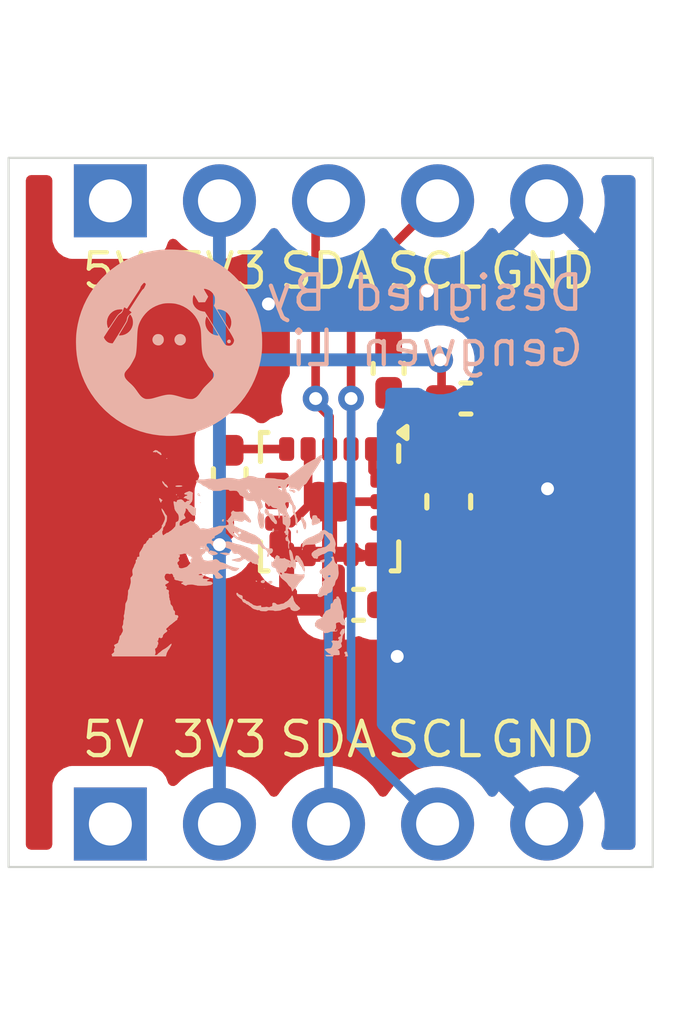
<source format=kicad_pcb>
(kicad_pcb (version 20241229) (generator "pcbnew") (generator_version "9.0")
  (layers (0 "F.Cu" mixed) (2 "B.Cu" signal) (13 "F.Paste" user) (15 "B.Paste" user) (5 "F.SilkS" user "F.Silkscreen") (7 "B.SilkS" user "B.Silkscreen") (1 "F.Mask" user) (3 "B.Mask" user) (25 "Edge.Cuts" user))
  (net 0 "")
  (net 1 "+3.3V")
  (net 2 "/scl")
  (net 3 "GND")
  (net 4 "+5V")
  (net 5 "Net-(U6-REGOUT)")
  (net 6 "/sda")
  (net 7 "Net-(U6-~{CS})")
  (footprint "Package_LGA:LGA-16_3x3mm_P0.5mm_LayoutBorder3x5y" (layer "F.Cu") (at 126.525 133.2 -90)
    (property "Reference" "U6" (hide yes))
    (property "Value" "ICM-20602")
    (pad "1" smd roundrect (at -1.225 -1 270) (size 0.55 0.35) (layers "F.Cu" "F.Mask" "F.Paste") (net 1 "+3.3V"))
    (pad "2" smd roundrect (at -1.225 -0.5 270) (size 0.55 0.35) (layers "F.Cu" "F.Mask" "F.Paste") (net 2 "/scl"))
    (pad "3" smd roundrect (at -1.225 0 270) (size 0.55 0.35) (layers "F.Cu" "F.Mask" "F.Paste") (net 6 "/sda"))
    (pad "4" smd roundrect (at -1.225 0.5 270) (size 0.55 0.35) (layers "F.Cu" "F.Mask" "F.Paste") (net 3 "GND"))
    (pad "5" smd roundrect (at -1.225 1 270) (size 0.55 0.35) (layers "F.Cu" "F.Mask" "F.Paste") (net 7 "Net-(U6-~{CS})"))
    (pad "6" smd roundrect (at -0.5 1.225 270) (size 0.35 0.55) (layers "F.Cu" "F.Mask" "F.Paste"))
    (pad "7" smd roundrect (at 0 1.225 270) (size 0.35 0.55) (layers "F.Cu" "F.Mask" "F.Paste"))
    (pad "8" smd roundrect (at 0.5 1.225 270) (size 0.35 0.55) (layers "F.Cu" "F.Mask" "F.Paste") (net 3 "GND"))
    (pad "9" smd roundrect (at 1.225 1 270) (size 0.55 0.35) (layers "F.Cu" "F.Mask" "F.Paste") (net 3 "GND"))
    (pad "10" smd roundrect (at 1.225 0.5 270) (size 0.55 0.35) (layers "F.Cu" "F.Mask" "F.Paste") (net 3 "GND"))
    (pad "11" smd roundrect (at 1.225 0 270) (size 0.55 0.35) (layers "F.Cu" "F.Mask" "F.Paste") (net 3 "GND"))
    (pad "12" smd roundrect (at 1.225 -0.5 270) (size 0.55 0.35) (layers "F.Cu" "F.Mask" "F.Paste") (net 3 "GND"))
    (pad "13" smd roundrect (at 1.225 -1 270) (size 0.55 0.35) (layers "F.Cu" "F.Mask" "F.Paste") (net 3 "GND"))
    (pad "14" smd roundrect (at 0.5 -1.225 270) (size 0.35 0.55) (layers "F.Cu" "F.Mask" "F.Paste") (net 5 "Net-(U6-REGOUT)"))
    (pad "15" smd roundrect (at 0 -1.225 270) (size 0.35 0.55) (layers "F.Cu" "F.Mask" "F.Paste") (net 3 "GND"))
    (pad "16" smd roundrect (at -0.5 -1.225 270) (size 0.35 0.55) (layers "F.Cu" "F.Mask" "F.Paste") (net 1 "+3.3V"))
  )
  (footprint "Connector_PinHeader_2.54mm:PinHeader_1x05_P2.54mm_Vertical" (layer "F.Cu") (at 121.42 140.7 90)
    (property "Reference" "J4" (hide yes))
    (property "Value" "Conn_01x05")
    (pad "1" thru_hole rect (at 0 0 90) (size 1.7 1.7) (drill 1) (layers "*.Cu" "*.Mask") (net 4 "+5V"))
    (pad "2" thru_hole circle (at 0 2.54 90) (size 1.7 1.7) (drill 1) (layers "*.Cu" "*.Mask") (net 1 "+3.3V"))
    (pad "3" thru_hole circle (at 0 5.08 90) (size 1.7 1.7) (drill 1) (layers "*.Cu" "*.Mask") (net 6 "/sda"))
    (pad "4" thru_hole circle (at 0 7.62 90) (size 1.7 1.7) (drill 1) (layers "*.Cu" "*.Mask") (net 2 "/scl"))
    (pad "5" thru_hole circle (at 0 10.16 90) (size 1.7 1.7) (drill 1) (layers "*.Cu" "*.Mask") (net 3 "GND"))
  )
  (footprint "Connector_PinHeader_2.54mm:PinHeader_1x05_P2.54mm_Vertical" (layer "F.Cu") (at 121.42 126.2 90)
    (property "Reference" "J4" (hide yes))
    (property "Value" "Conn_01x05")
    (pad "1" thru_hole rect (at 0 0 90) (size 1.7 1.7) (drill 1) (layers "*.Cu" "*.Mask") (net 4 "+5V"))
    (pad "2" thru_hole circle (at 0 2.54 90) (size 1.7 1.7) (drill 1) (layers "*.Cu" "*.Mask") (net 1 "+3.3V"))
    (pad "3" thru_hole circle (at 0 5.08 90) (size 1.7 1.7) (drill 1) (layers "*.Cu" "*.Mask") (net 6 "/sda"))
    (pad "4" thru_hole circle (at 0 7.62 90) (size 1.7 1.7) (drill 1) (layers "*.Cu" "*.Mask") (net 2 "/scl"))
    (pad "5" thru_hole circle (at 0 10.16 90) (size 1.7 1.7) (drill 1) (layers "*.Cu" "*.Mask") (net 3 "GND"))
  )
  (footprint "Capacitor_SMD:C_0402_1005Metric_Pad0.74x0.62mm_HandSolder" (layer "F.Cu") (at 127.9 130.1 90)
    (property "Reference" "C7" (hide yes))
    (property "Value" "0.1u")
    (pad "1" smd roundrect (at -0.5675 0 90) (size 0.735 0.62) (layers "F.Cu" "F.Mask" "F.Paste") (net 1 "+3.3V"))
    (pad "2" smd roundrect (at 0.5675 0 90) (size 0.735 0.62) (layers "F.Cu" "F.Mask" "F.Paste") (net 3 "GND"))
  )
  (footprint "Capacitor_SMD:C_0603_1608Metric_Pad1.08x0.95mm_HandSolder" (layer "F.Cu") (at 129.3 133.2 -90)
    (property "Reference" "C8" (hide yes))
    (property "Value" "2.2u")
    (pad "1" smd roundrect (at -0.8625 0 270) (size 1.075 0.95) (layers "F.Cu" "F.Mask" "F.Paste") (net 1 "+3.3V"))
    (pad "2" smd roundrect (at 0.8625 0 270) (size 1.075 0.95) (layers "F.Cu" "F.Mask" "F.Paste") (net 3 "GND"))
  )
  (footprint "Resistor_SMD:R_0402_1005Metric_Pad0.72x0.64mm_HandSolder" (layer "F.Cu") (at 124.2 132.6025 90)
    (property "Reference" "R19" (hide yes))
    (property "Value" "4.7k")
    (pad "1" smd roundrect (at -0.5975 0 90) (size 0.715 0.64) (layers "F.Cu" "F.Mask" "F.Paste") (net 1 "+3.3V"))
    (pad "2" smd roundrect (at 0.5975 0 90) (size 0.715 0.64) (layers "F.Cu" "F.Mask" "F.Paste") (net 7 "Net-(U6-~{CS})"))
  )
  (footprint "Capacitor_SMD:C_0402_1005Metric_Pad0.74x0.62mm_HandSolder" (layer "F.Cu") (at 129.7 130.8)
    (property "Reference" "C9" (hide yes))
    (property "Value" "10n")
    (pad "1" smd roundrect (at -0.5675 0) (size 0.735 0.62) (layers "F.Cu" "F.Mask" "F.Paste") (net 1 "+3.3V"))
    (pad "2" smd roundrect (at 0.5675 0) (size 0.735 0.62) (layers "F.Cu" "F.Mask" "F.Paste") (net 3 "GND"))
  )
  (footprint "Capacitor_SMD:C_0402_1005Metric_Pad0.74x0.62mm_HandSolder" (layer "F.Cu") (at 127.2 135.6 180)
    (property "Reference" "C10" (hide yes))
    (property "Value" "0.1u")
    (pad "1" smd roundrect (at -0.5675 0 180) (size 0.735 0.62) (layers "F.Cu" "F.Mask" "F.Paste") (net 5 "Net-(U6-REGOUT)"))
    (pad "2" smd roundrect (at 0.5675 0 180) (size 0.735 0.62) (layers "F.Cu" "F.Mask" "F.Paste") (net 3 "GND"))
  )
  (footprint "LOGO" (layer "B.Cu") (at 122.8 129.5 180)
    (property "Reference" "G***" (hide yes))
    (property "Value" "LOGO" (hide yes))
  )
  (footprint "LOGO" (layer "B.Cu") (at 124.398384 134.296251 180)
    (property "Reference" "G***" (hide yes))
    (property "Value" "LOGO" (hide yes))
  )
  (gr_rect (start 119.05 125.2) (end 134.05 141.7) (stroke (width 0.05)) (fill no) (layer "Edge.Cuts"))
  (gr_text "3V3" (at 122.8 139.2 0) (layer "F.SilkS") (effects (font (size 0.8 0.8) (thickness 0.1) (bold yes)) (justify left bottom)))
  (gr_text "SDA" (at 125.3 139.2 0) (layer "F.SilkS") (effects (font (size 0.8 0.8) (thickness 0.1) (bold yes)) (justify left bottom)))
  (gr_text "5V" (at 120.7 139.2 0) (layer "F.SilkS") (effects (font (size 0.8 0.8) (thickness 0.1) (bold yes)) (justify left bottom)))
  (gr_text "SDA" (at 125.3 128.3 0) (layer "F.SilkS") (effects (font (size 0.8 0.8) (thickness 0.1) (bold yes)) (justify left bottom)))
  (gr_text "GND\n" (at 130.2 128.3 0) (layer "F.SilkS") (effects (font (size 0.8 0.8) (thickness 0.1) (bold yes)) (justify left bottom)))
  (gr_text "3V3" (at 122.8 128.3 0) (layer "F.SilkS") (effects (font (size 0.8 0.8) (thickness 0.1) (bold yes)) (justify left bottom)))
  (gr_text "SCL\n" (at 127.8 139.2 0) (layer "F.SilkS") (effects (font (size 0.8 0.8) (thickness 0.1) (bold yes)) (justify left bottom)))
  (gr_text "5V" (at 120.7 128.3 0) (layer "F.SilkS") (effects (font (size 0.8 0.8) (thickness 0.1) (bold yes)) (justify left bottom)))
  (gr_text "GND\n" (at 130.2 139.2 0) (layer "F.SilkS") (effects (font (size 0.8 0.8) (thickness 0.1) (bold yes)) (justify left bottom)))
  (gr_text "SCL\n" (at 127.8 128.3 0) (layer "F.SilkS") (effects (font (size 0.8 0.8) (thickness 0.1) (bold yes)) (justify left bottom)))
  (gr_text "Designed By\nGengwen Li" (at 132.5 130.1 0) (layer "B.SilkS") (effects (font (size 0.8 0.8) (thickness 0.1) (bold yes)) (justify left bottom mirror)))
  (segment (start 123.8025 140.0425) (end 123.96 140.2) (width 0.2) (layer "F.Cu") (net 1))
  (segment (start 129.3 132.3375) (end 128.1125 132.3375) (width 0.2) (layer "F.Cu") (net 1))
  (segment (start 128.1125 132.3375) (end 127.75 132.7) (width 0.2) (layer "F.Cu") (net 1))
  (segment (start 123.8025 140.5425) (end 123.96 140.7) (width 0.2) (layer "F.Cu") (net 1))
  (segment (start 129.1325 130.8) (end 128.0325 130.8) (width 0.2) (layer "F.Cu") (net 1))
  (segment (start 124.2 133.96) (end 123.96 134.2) (width 0.2) (layer "F.Cu") (net 1))
  (segment (start 129.1325 129.9325) (end 129.1 129.9) (width 0.2) (layer "F.Cu") (net 1))
  (segment (start 124.2 133.2) (end 124.2 133.96) (width 0.2) (layer "F.Cu") (net 1))
  (segment (start 129.1325 130.8) (end 129.1325 132.17) (width 0.2) (layer "F.Cu") (net 1))
  (segment (start 129.1325 132.17) (end 129.3 132.3375) (width 0.2) (layer "F.Cu") (net 1))
  (segment (start 127.9 131.6) (end 127.9 130.6675) (width 0.2) (layer "F.Cu") (net 1))
  (segment (start 127.525 131.975) (end 127.525 132.475) (width 0.2) (layer "F.Cu") (net 1))
  (segment (start 128.0325 130.8) (end 127.9 130.6675) (width 0.2) (layer "F.Cu") (net 1))
  (segment (start 127.525 132.475) (end 127.75 132.7) (width 0.2) (layer "F.Cu") (net 1))
  (segment (start 127.525 131.975) (end 127.9 131.6) (width 0.2) (layer "F.Cu") (net 1))
  (segment (start 129.1325 130.8) (end 129.1325 129.9325) (width 0.2) (layer "F.Cu") (net 1))
  (via (at 129.1 129.9) (size 0.6) (drill 0.3) (layers "F.Cu" "B.Cu") (net 1))
  (via (at 123.96 134.2) (size 0.6) (drill 0.3) (layers "F.Cu" "B.Cu") (net 1))
  (segment (start 123.96 134.2) (end 123.96 140.7) (width 0.3) (layer "B.Cu") (net 1))
  (segment (start 123.96 126.2) (end 123.96 129.9) (width 0.3) (layer "B.Cu") (net 1))
  (segment (start 123.96 129.9) (end 129.1 129.9) (width 0.3) (layer "B.Cu") (net 1))
  (segment (start 123.96 129.9) (end 123.96 134.2) (width 0.3) (layer "B.Cu") (net 1))
  (segment (start 127.025 128.215) (end 129.04 126.2) (width 0.2) (layer "F.Cu") (net 2))
  (segment (start 127.025 131.975) (end 127.025 130.8) (width 0.2) (layer "F.Cu") (net 2))
  (segment (start 127.025 130.8) (end 127.025 128.215) (width 0.2) (layer "F.Cu") (net 2))
  (via (at 127.025 130.8) (size 0.6) (drill 0.3) (layers "F.Cu" "B.Cu") (net 2))
  (segment (start 127.025 130.8) (end 127.025 138.685) (width 0.2) (layer "B.Cu") (net 2))
  (segment (start 127.025 138.685) (end 129.04 140.7) (width 0.2) (layer "B.Cu") (net 2))
  (segment (start 125.525 134.425) (end 127.525 134.425) (width 0.2) (layer "F.Cu") (net 3))
  (segment (start 126.025 133.301848) (end 125.626848 133.7) (width 0.2) (layer "F.Cu") (net 3))
  (segment (start 127.75 133.2) (end 126.126848 133.2) (width 0.2) (layer "F.Cu") (net 3))
  (segment (start 125.3 133.7) (end 125.525 133.925) (width 0.2) (layer "F.Cu") (net 3))
  (segment (start 125.525 133.925) (end 125.525 134.425) (width 0.2) (layer "F.Cu") (net 3))
  (segment (start 126.025 131.975) (end 126.025 133.301848) (width 0.2) (layer "F.Cu") (net 3))
  (segment (start 125.626848 133.7) (end 125.3 133.7) (width 0.2) (layer "F.Cu") (net 3))
  (segment (start 126.126848 133.2) (end 126.025 133.301848) (width 0.2) (layer "F.Cu") (net 3))
  (via (at 125.1 128.6) (size 0.6) (drill 0.3) (layers "F.Cu" "B.Cu") (net 3))
  (via (at 131.6 132.9) (size 0.6) (drill 0.3) (layers "F.Cu" "B.Cu") (net 3))
  (via (at 128.8 128.3) (size 0.6) (drill 0.3) (layers "F.Cu" "B.Cu") (net 3))
  (via (at 128.1 136.8) (size 0.6) (drill 0.3) (layers "F.Cu" "B.Cu") (net 3))
  (segment (start 121.42 140.2) (end 121.42 140.18) (width 0.3) (layer "F.Cu") (net 4))
  (segment (start 127.75 133.7) (end 128.001 133.951) (width 0.2) (layer "F.Cu") (net 5))
  (segment (start 128.001 133.951) (end 128.001 135.3665) (width 0.2) (layer "F.Cu") (net 5))
  (segment (start 128.001 135.3665) (end 127.7675 135.6) (width 0.2) (layer "F.Cu") (net 5))
  (segment (start 126.525 126.225) (end 126.5 126.2) (width 0.2) (layer "F.Cu") (net 6))
  (segment (start 126.2 130.8) (end 126.2 126.5) (width 0.2) (layer "F.Cu") (net 6))
  (segment (start 126.525 131.225) (end 126.2 130.9) (width 0.2) (layer "F.Cu") (net 6))
  (segment (start 126.2 126.5) (end 126.5 126.2) (width 0.2) (layer "F.Cu") (net 6))
  (segment (start 126.56 126.26) (end 126.5 126.2) (width 0.2) (layer "F.Cu") (net 6))
  (segment (start 126.2 130.9) (end 126.2 130.8) (width 0.2) (layer "F.Cu") (net 6))
  (segment (start 126.525 131.975) (end 126.525 131.225) (width 0.2) (layer "F.Cu") (net 6))
  (via (at 126.2 130.8) (size 0.6) (drill 0.3) (layers "F.Cu" "B.Cu") (net 6))
  (segment (start 126.2 130.8) (end 126.5 131.1) (width 0.2) (layer "B.Cu") (net 6))
  (segment (start 126.5 131.1) (end 126.5 140.7) (width 0.2) (layer "B.Cu") (net 6))
  (segment (start 126.4 140.1) (end 126.5 140.2) (width 0.2) (layer "B.Cu") (net 6))
  (segment (start 124.23 131.975) (end 124.2 132.005) (width 0.2) (layer "F.Cu") (net 7))
  (segment (start 125.525 131.975) (end 124.23 131.975) (width 0.2) (layer "F.Cu") (net 7))
  (zone (net 3) (net_name "GND") (layers "F.Cu" "B.Cu") (priority 1) (connect_pads (clearance 0.5)) (min_thickness 0.25) (fill yes (thermal_gap 0.5) (thermal_bridge_width 0.5))
    (polygon (pts (xy 118.85 123.95) (xy 134.7 123.95) (xy 134.7 142.75) (xy 118.85 142.75)))
  )
)
</source>
